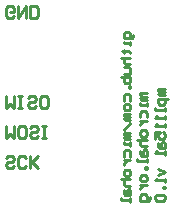
<source format=gbo>
G04 Layer_Color=13813960*
%FSLAX25Y25*%
%MOIN*%
G70*
G01*
G75*
%ADD14C,0.01000*%
D14*
X172000Y462000D02*
X169867D01*
Y461467D01*
X170401Y460934D01*
X172000D01*
X170401D01*
X169867Y460400D01*
X170401Y459867D01*
X172000D01*
Y458801D02*
Y457735D01*
Y458268D01*
X169867D01*
Y458801D01*
Y454003D02*
Y455602D01*
X170401Y456135D01*
X171467D01*
X172000Y455602D01*
Y454003D01*
X169867Y452936D02*
X172000D01*
X170934D01*
X170401Y452403D01*
X169867Y451870D01*
Y451337D01*
X172000Y449204D02*
Y448138D01*
X171467Y447605D01*
X170401D01*
X169867Y448138D01*
Y449204D01*
X170401Y449737D01*
X171467D01*
X172000Y449204D01*
X168801Y446538D02*
X172000D01*
X170401D01*
X169867Y446005D01*
Y444939D01*
X170401Y444406D01*
X172000D01*
X169867Y442806D02*
Y441740D01*
X170401Y441207D01*
X172000D01*
Y442806D01*
X171467Y443339D01*
X170934Y442806D01*
Y441207D01*
X172000Y440140D02*
Y439074D01*
Y439607D01*
X168801D01*
Y440140D01*
X172000Y437475D02*
X171467D01*
Y436941D01*
X172000D01*
Y437475D01*
Y434276D02*
Y433209D01*
X171467Y432676D01*
X170401D01*
X169867Y433209D01*
Y434276D01*
X170401Y434809D01*
X171467D01*
X172000Y434276D01*
X169867Y431610D02*
X172000D01*
X170934D01*
X170401Y431077D01*
X169867Y430544D01*
Y430010D01*
X173066Y427345D02*
Y426811D01*
X172533Y426278D01*
X169867D01*
Y427878D01*
X170401Y428411D01*
X171467D01*
X172000Y427878D01*
Y426278D01*
X167566Y481434D02*
Y480900D01*
X167033Y480367D01*
X164367D01*
Y481967D01*
X164901Y482500D01*
X165967D01*
X166500Y481967D01*
Y480367D01*
Y479301D02*
Y478235D01*
Y478768D01*
X164367D01*
Y479301D01*
X163834Y476102D02*
X164367D01*
Y476635D01*
Y475569D01*
Y476102D01*
X165967D01*
X166500Y475569D01*
X163301Y473969D02*
X166500D01*
X164901D01*
X164367Y473436D01*
Y472370D01*
X164901Y471837D01*
X166500D01*
X164367Y470771D02*
X165967D01*
X166500Y470237D01*
Y468638D01*
X164367D01*
X163301Y467571D02*
X166500D01*
Y465972D01*
X165967Y465439D01*
X165434D01*
X164901D01*
X164367Y465972D01*
Y467571D01*
X166500Y464372D02*
X165967D01*
Y463839D01*
X166500D01*
Y464372D01*
X164367Y459574D02*
Y461174D01*
X164901Y461707D01*
X165967D01*
X166500Y461174D01*
Y459574D01*
Y457975D02*
Y456908D01*
X165967Y456375D01*
X164901D01*
X164367Y456908D01*
Y457975D01*
X164901Y458508D01*
X165967D01*
X166500Y457975D01*
Y455309D02*
X164367D01*
Y454776D01*
X164901Y454243D01*
X166500D01*
X164901D01*
X164367Y453709D01*
X164901Y453176D01*
X166500D01*
Y452110D02*
X164367Y449977D01*
X166500Y448911D02*
X164367D01*
Y448378D01*
X164901Y447845D01*
X166500D01*
X164901D01*
X164367Y447311D01*
X164901Y446778D01*
X166500D01*
Y445712D02*
Y444646D01*
Y445179D01*
X164367D01*
Y445712D01*
Y440913D02*
Y442513D01*
X164901Y443046D01*
X165967D01*
X166500Y442513D01*
Y440913D01*
X164367Y439847D02*
X166500D01*
X165434D01*
X164901Y439314D01*
X164367Y438781D01*
Y438248D01*
X166500Y436115D02*
Y435049D01*
X165967Y434515D01*
X164901D01*
X164367Y435049D01*
Y436115D01*
X164901Y436648D01*
X165967D01*
X166500Y436115D01*
X163301Y433449D02*
X166500D01*
X164901D01*
X164367Y432916D01*
Y431850D01*
X164901Y431317D01*
X166500D01*
X164367Y429717D02*
Y428651D01*
X164901Y428118D01*
X166500D01*
Y429717D01*
X165967Y430250D01*
X165434Y429717D01*
Y428118D01*
X166500Y427051D02*
Y425985D01*
Y426518D01*
X163301D01*
Y427051D01*
X178000Y463500D02*
X175867D01*
Y462967D01*
X176400Y462434D01*
X178000D01*
X176400D01*
X175867Y461901D01*
X176400Y461367D01*
X178000D01*
X179066Y460301D02*
X175867D01*
Y458702D01*
X176400Y458168D01*
X177467D01*
X178000Y458702D01*
Y460301D01*
Y457102D02*
Y456036D01*
Y456569D01*
X174801D01*
Y457102D01*
X178000Y454436D02*
Y453370D01*
Y453903D01*
X174801D01*
X175334Y454436D01*
X178000Y451770D02*
Y450704D01*
Y451237D01*
X174801D01*
X175334Y451770D01*
X174801Y446972D02*
Y449105D01*
X176400D01*
X175867Y448038D01*
Y447505D01*
X176400Y446972D01*
X177467D01*
X178000Y447505D01*
Y448571D01*
X177467Y449105D01*
X175867Y445372D02*
Y444306D01*
X176400Y443773D01*
X178000D01*
Y445372D01*
X177467Y445906D01*
X176934Y445372D01*
Y443773D01*
X178000Y442707D02*
Y441640D01*
Y442174D01*
X174801D01*
X175334Y442707D01*
X175867Y436842D02*
X178000Y435776D01*
X175867Y434709D01*
X178000Y433643D02*
Y432577D01*
Y433110D01*
X174801D01*
X175334Y433643D01*
X178000Y430977D02*
X177467D01*
Y430444D01*
X178000D01*
Y430977D01*
X175334Y428311D02*
X174801Y427778D01*
Y426712D01*
X175334Y426179D01*
X177467D01*
X178000Y426712D01*
Y427778D01*
X177467Y428311D01*
X175334D01*
X127666Y437668D02*
X126999Y437001D01*
X125666D01*
X125000Y437668D01*
Y438334D01*
X125666Y439001D01*
X126999D01*
X127666Y439667D01*
Y440334D01*
X126999Y441000D01*
X125666D01*
X125000Y440334D01*
X131665Y437668D02*
X130998Y437001D01*
X129665D01*
X128999Y437668D01*
Y440334D01*
X129665Y441000D01*
X130998D01*
X131665Y440334D01*
X132997Y437001D02*
Y441000D01*
Y439667D01*
X135663Y437001D01*
X133664Y439001D01*
X135663Y441000D01*
X125000Y451000D02*
Y447001D01*
X126333Y448334D01*
X127666Y447001D01*
Y451000D01*
X130998Y447001D02*
X129665D01*
X128999Y447668D01*
Y450334D01*
X129665Y451000D01*
X130998D01*
X131665Y450334D01*
Y447668D01*
X130998Y447001D01*
X135663Y447668D02*
X134997Y447001D01*
X133664D01*
X132997Y447668D01*
Y448334D01*
X133664Y449001D01*
X134997D01*
X135663Y449667D01*
Y450334D01*
X134997Y451000D01*
X133664D01*
X132997Y450334D01*
X136996Y447001D02*
X138329D01*
X137663D01*
Y451000D01*
X136996D01*
X138329D01*
X125000Y461000D02*
Y457001D01*
X126333Y458334D01*
X127666Y457001D01*
Y461000D01*
X128999Y457001D02*
X130332D01*
X129665D01*
Y461000D01*
X128999D01*
X130332D01*
X134997Y457668D02*
X134330Y457001D01*
X132997D01*
X132331Y457668D01*
Y458334D01*
X132997Y459001D01*
X134330D01*
X134997Y459667D01*
Y460334D01*
X134330Y461000D01*
X132997D01*
X132331Y460334D01*
X138329Y457001D02*
X136996D01*
X136330Y457668D01*
Y460334D01*
X136996Y461000D01*
X138329D01*
X138996Y460334D01*
Y457668D01*
X138329Y457001D01*
X127666Y487668D02*
X126999Y487001D01*
X125666D01*
X125000Y487668D01*
Y490334D01*
X125666Y491000D01*
X126999D01*
X127666Y490334D01*
Y489001D01*
X126333D01*
X128999Y491000D02*
Y487001D01*
X131665Y491000D01*
Y487001D01*
X132997D02*
Y491000D01*
X134997D01*
X135663Y490334D01*
Y487668D01*
X134997Y487001D01*
X132997D01*
M02*

</source>
